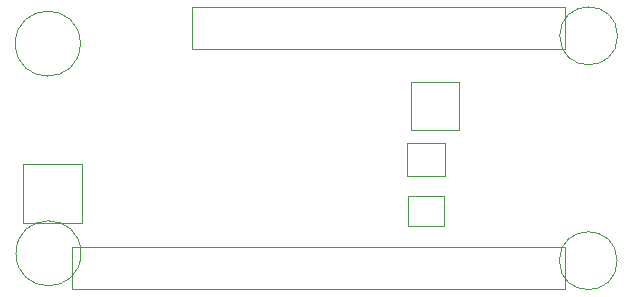
<source format=gbr>
G04 #@! TF.GenerationSoftware,KiCad,Pcbnew,(5.1.4)-1*
G04 #@! TF.CreationDate,2019-11-17T19:28:04+01:00*
G04 #@! TF.ProjectId,Open_Telemetry_digitalSensorShield,4f70656e-5f54-4656-9c65-6d657472795f,P1A - Prototype manuf.*
G04 #@! TF.SameCoordinates,Original*
G04 #@! TF.FileFunction,Other,User*
%FSLAX46Y46*%
G04 Gerber Fmt 4.6, Leading zero omitted, Abs format (unit mm)*
G04 Created by KiCad (PCBNEW (5.1.4)-1) date 2019-11-17 19:28:04*
%MOMM*%
%LPD*%
G04 APERTURE LIST*
%ADD10C,0.050000*%
G04 APERTURE END LIST*
D10*
X264684680Y-152905460D02*
G75*
G03X264684680Y-152905460I-2450000J0D01*
G01*
X264722780Y-133870700D02*
G75*
G03X264722780Y-133870700I-2450000J0D01*
G01*
X219285000Y-152280620D02*
G75*
G03X219285000Y-152280620I-2750000J0D01*
G01*
X219234200Y-134528560D02*
G75*
G03X219234200Y-134528560I-2750000J0D01*
G01*
X246950000Y-150000000D02*
X246950000Y-147400000D01*
X250050000Y-150000000D02*
X246950000Y-150000000D01*
X250050000Y-147400000D02*
X250050000Y-150000000D01*
X246950000Y-147400000D02*
X250050000Y-147400000D01*
X214416000Y-144718000D02*
X214416000Y-149718000D01*
X219416000Y-144718000D02*
X214416000Y-144718000D01*
X219416000Y-149718000D02*
X219416000Y-144718000D01*
X214416000Y-149718000D02*
X219416000Y-149718000D01*
X228705000Y-131423000D02*
X228705000Y-135023000D01*
X260255000Y-131423000D02*
X228705000Y-131423000D01*
X260255000Y-135023000D02*
X260255000Y-131423000D01*
X228705000Y-135023000D02*
X260255000Y-135023000D01*
X260245000Y-155343000D02*
X260245000Y-151743000D01*
X218545000Y-155343000D02*
X260245000Y-155343000D01*
X218545000Y-151743000D02*
X218545000Y-155343000D01*
X260245000Y-151743000D02*
X218545000Y-151743000D01*
X250130000Y-145760000D02*
X250130000Y-142960000D01*
X246930000Y-142960000D02*
X246930000Y-145760000D01*
X246930000Y-142960000D02*
X250130000Y-142960000D01*
X246930000Y-145760000D02*
X250130000Y-145760000D01*
X251326000Y-137752000D02*
X251326000Y-141852000D01*
X247226000Y-137752000D02*
X251326000Y-137752000D01*
X247226000Y-141852000D02*
X247226000Y-137752000D01*
X251326000Y-141852000D02*
X247226000Y-141852000D01*
M02*

</source>
